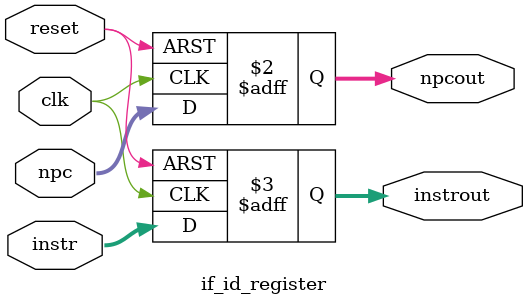
<source format=v>
`timescale 1ns / 1ps


module if_id_register(
        input wire clk,
        input wire reset,
        input wire [31:0] npc,
        input wire [31:0] instr,
        output reg [31:0] npcout,
        output reg [31:0] instrout
    );
    
        always @(posedge clk or posedge reset) begin
            if (reset) begin
                npcout <= 32'h00000000;
                instrout <= 32'h00000000;
            end else begin
                npcout <= npc;
                instrout <= instr;
            end
        end
    
endmodule

</source>
